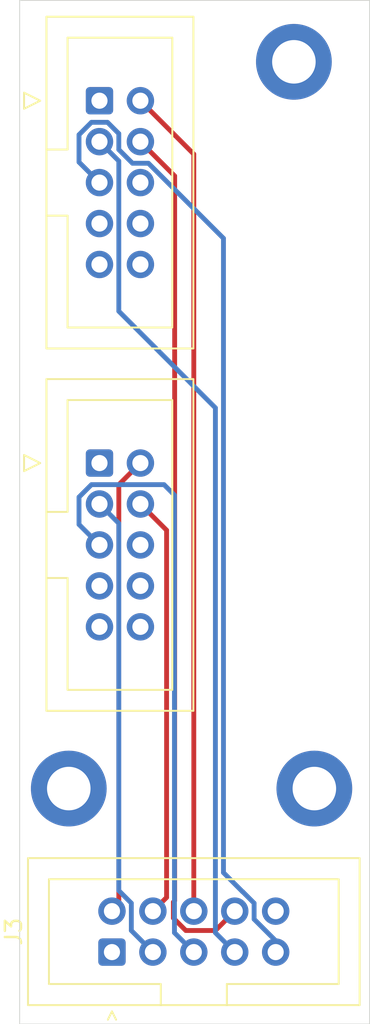
<source format=kicad_pcb>
(kicad_pcb (version 20241229) (generator "pcbnew") (generator_version "9.0")
  (layers (0 "F.Cu" signal) (2 "B.Cu" signal) (13 "F.Paste" user) (15 "B.Paste" user) (5 "F.SilkS" user "F.Silkscreen") (7 "B.SilkS" user "B.Silkscreen") (1 "F.Mask" user) (3 "B.Mask" user) (25 "Edge.Cuts" user))
  (net 0 "")
  (net 1 "/PIN_1")
  (net 2 "/PIN_2")
  (net 5 "/PIN_4")
  (net 6 "/GND")
  (net 9 "/PIN_3")
  (net 10 "/POWER")
  (net 11 "/PIN_5")
  (net 12 "/PIN_8")
  (net 15 "/PIN_7")
  (net 17 "/PIN_6")
  (footprint "Connector_IDC:IDC-Header_2x05_P2.54mm_Vertical" (layer "F.Cu") (at 150 120 90)
    (property "Reference" "J3" (at 1.27 -6.1 90) (layer "F.SilkS"))
    (property "Value" "Conn_02x05_Counter_Clockwise" (hide yes))
    (fp_line (start 5.83 -5.21) (end 5.83 15.37) (stroke (width 0.12)) (layer "F.SilkS"))
    (fp_line (start -3.29 -5.21) (end 5.83 -5.21) (stroke (width 0.12)) (layer "F.SilkS"))
    (fp_line (start 4.52 -3.91) (end 4.52 14.07) (stroke (width 0.12)) (layer "F.SilkS"))
    (fp_line (start -1.98 -3.91) (end 4.52 -3.91) (stroke (width 0.12)) (layer "F.SilkS"))
    (fp_line (start -3.68 0) (end -4.191 -0.254) (stroke (width 0.12)) (layer "F.SilkS"))
    (fp_line (start -4.191 0.254) (end -3.68 0) (stroke (width 0.12)) (layer "F.SilkS"))
    (fp_line (start -1.98 3.03) (end -1.98 -3.91) (stroke (width 0.12)) (layer "F.SilkS"))
    (fp_line (start -3.29 3.03) (end -1.98 3.03) (stroke (width 0.12)) (layer "F.SilkS"))
    (fp_line (start -1.98 7.13) (end -1.98 7.13) (stroke (width 0.12)) (layer "F.SilkS"))
    (fp_line (start -1.98 7.13) (end -3.29 7.13) (stroke (width 0.12)) (layer "F.SilkS"))
    (fp_line (start 4.52 14.07) (end -1.98 14.07) (stroke (width 0.12)) (layer "F.SilkS"))
    (fp_line (start -1.98 14.07) (end -1.98 7.13) (stroke (width 0.12)) (layer "F.SilkS"))
    (fp_line (start 5.83 15.37) (end -3.29 15.37) (stroke (width 0.12)) (layer "F.SilkS"))
    (fp_line (start -3.29 15.37) (end -3.29 -5.21) (stroke (width 0.12)) (layer "F.SilkS"))
    (pad "1" thru_hole roundrect (at 0 0 90) (size 1.7 1.7) (drill 1) (layers "*.Cu" "*.Mask") (roundrect_rratio 0.147059) (net 6 "/GND"))
    (pad "2" thru_hole circle (at 2.54 0 90) (size 1.7 1.7) (drill 1) (layers "*.Cu" "*.Mask") (net 1 "/PIN_1"))
    (pad "3" thru_hole circle (at 0 2.54 90) (size 1.7 1.7) (drill 1) (layers "*.Cu" "*.Mask") (net 2 "/PIN_2"))
    (pad "4" thru_hole circle (at 2.54 2.54 90) (size 1.7 1.7) (drill 1) (layers "*.Cu" "*.Mask") (net 9 "/PIN_3"))
    (pad "5" thru_hole circle (at 0 5.08 90) (size 1.7 1.7) (drill 1) (layers "*.Cu" "*.Mask") (net 5 "/PIN_4"))
    (pad "6" thru_hole circle (at 2.54 5.08 90) (size 1.7 1.7) (drill 1) (layers "*.Cu" "*.Mask") (net 11 "/PIN_5"))
    (pad "7" thru_hole circle (at 0 7.62 90) (size 1.7 1.7) (drill 1) (layers "*.Cu" "*.Mask") (net 17 "/PIN_6"))
    (pad "8" thru_hole circle (at 2.54 7.62 90) (size 1.7 1.7) (drill 1) (layers "*.Cu" "*.Mask") (net 15 "/PIN_7"))
    (pad "9" thru_hole circle (at 0 10.16 90) (size 1.7 1.7) (drill 1) (layers "*.Cu" "*.Mask") (net 12 "/PIN_8"))
    (pad "10" thru_hole circle (at 2.54 10.16 90) (size 1.7 1.7) (drill 1) (layers "*.Cu" "*.Mask") (net 10 "/POWER"))
  )
  (footprint "MountingHole:MountingHole_2.7mm_M2.5_DIN965_Pad" (layer "F.Cu") (at 161.29 64.77)
    (property "Reference" "H4" (hide yes))
    (property "Value" "MountingHole_Pad" (hide yes))
    (pad "1" thru_hole circle (at 0 0) (size 4.7 4.7) (drill 2.7) (layers "*.Cu" "*.Mask"))
  )
  (footprint "Connector_IDC:IDC-Header_2x05_P2.54mm_Vertical" (layer "F.Cu") (at 149.225 89.662)
    (property "Reference" "Jw" (hide yes))
    (property "Value" "Conn_02x05_Counter_Clockwise" (hide yes))
    (fp_line (start -4.68 -0.5) (end -4.68 0.5) (stroke (width 0.12)) (layer "F.SilkS"))
    (fp_line (start -4.68 0.5) (end -3.68 0) (stroke (width 0.12)) (layer "F.SilkS"))
    (fp_line (start -3.68 0) (end -4.68 -0.5) (stroke (width 0.12)) (layer "F.SilkS"))
    (fp_line (start -3.29 -5.21) (end 5.83 -5.21) (stroke (width 0.12)) (layer "F.SilkS"))
    (fp_line (start -3.29 3.03) (end -1.98 3.03) (stroke (width 0.12)) (layer "F.SilkS"))
    (fp_line (start -3.29 15.37) (end -3.29 -5.21) (stroke (width 0.12)) (layer "F.SilkS"))
    (fp_line (start -1.98 -3.91) (end 4.52 -3.91) (stroke (width 0.12)) (layer "F.SilkS"))
    (fp_line (start -1.98 3.03) (end -1.98 -3.91) (stroke (width 0.12)) (layer "F.SilkS"))
    (fp_line (start -1.98 7.13) (end -3.29 7.13) (stroke (width 0.12)) (layer "F.SilkS"))
    (fp_line (start -1.98 7.13) (end -1.98 7.13) (stroke (width 0.12)) (layer "F.SilkS"))
    (fp_line (start -1.98 14.07) (end -1.98 7.13) (stroke (width 0.12)) (layer "F.SilkS"))
    (fp_line (start 4.52 -3.91) (end 4.52 14.07) (stroke (width 0.12)) (layer "F.SilkS"))
    (fp_line (start 4.52 14.07) (end -1.98 14.07) (stroke (width 0.12)) (layer "F.SilkS"))
    (fp_line (start 5.83 -5.21) (end 5.83 15.37) (stroke (width 0.12)) (layer "F.SilkS"))
    (fp_line (start 5.83 15.37) (end -3.29 15.37) (stroke (width 0.12)) (layer "F.SilkS"))
    (pad "1" thru_hole roundrect (at 0 0) (size 1.7 1.7) (drill 1) (layers "*.Cu" "*.Mask") (roundrect_rratio 0.147059) (net 6 "/GND"))
    (pad "2" thru_hole circle (at 2.54 0) (size 1.7 1.7) (drill 1) (layers "*.Cu" "*.Mask") (net 1 "/PIN_1"))
    (pad "3" thru_hole circle (at 0 2.54) (size 1.7 1.7) (drill 1) (layers "*.Cu" "*.Mask") (net 2 "/PIN_2"))
    (pad "4" thru_hole circle (at 2.54 2.54) (size 1.7 1.7) (drill 1) (layers "*.Cu" "*.Mask") (net 9 "/PIN_3"))
    (pad "5" thru_hole circle (at 0 5.08) (size 1.7 1.7) (drill 1) (layers "*.Cu" "*.Mask") (net 5 "/PIN_4"))
    (pad "6" thru_hole circle (at 2.54 5.08) (size 1.7 1.7) (drill 1) (layers "*.Cu" "*.Mask"))
    (pad "7" thru_hole circle (at 0 7.62) (size 1.7 1.7) (drill 1) (layers "*.Cu" "*.Mask"))
    (pad "8" thru_hole circle (at 2.54 7.62) (size 1.7 1.7) (drill 1) (layers "*.Cu" "*.Mask"))
    (pad "9" thru_hole circle (at 0 10.16) (size 1.7 1.7) (drill 1) (layers "*.Cu" "*.Mask"))
    (pad "10" thru_hole circle (at 2.54 10.16) (size 1.7 1.7) (drill 1) (layers "*.Cu" "*.Mask") (net 10 "/POWER"))
  )
  (footprint "Connector_IDC:IDC-Header_2x05_P2.54mm_Vertical" (layer "F.Cu") (at 149.225 67.183)
    (property "Reference" "J2" (hide yes))
    (property "Value" "Conn_02x05_Counter_Clockwise" (hide yes))
    (fp_line (start -4.68 -0.5) (end -4.68 0.5) (stroke (width 0.12)) (layer "F.SilkS"))
    (fp_line (start -4.68 0.5) (end -3.68 0) (stroke (width 0.12)) (layer "F.SilkS"))
    (fp_line (start -3.68 0) (end -4.68 -0.5) (stroke (width 0.12)) (layer "F.SilkS"))
    (fp_line (start -3.29 -5.21) (end 5.83 -5.21) (stroke (width 0.12)) (layer "F.SilkS"))
    (fp_line (start -3.29 3.03) (end -1.98 3.03) (stroke (width 0.12)) (layer "F.SilkS"))
    (fp_line (start -3.29 15.37) (end -3.29 -5.21) (stroke (width 0.12)) (layer "F.SilkS"))
    (fp_line (start -1.98 -3.91) (end 4.52 -3.91) (stroke (width 0.12)) (layer "F.SilkS"))
    (fp_line (start -1.98 3.03) (end -1.98 -3.91) (stroke (width 0.12)) (layer "F.SilkS"))
    (fp_line (start -1.98 7.13) (end -3.29 7.13) (stroke (width 0.12)) (layer "F.SilkS"))
    (fp_line (start -1.98 7.13) (end -1.98 7.13) (stroke (width 0.12)) (layer "F.SilkS"))
    (fp_line (start -1.98 14.07) (end -1.98 7.13) (stroke (width 0.12)) (layer "F.SilkS"))
    (fp_line (start 4.52 -3.91) (end 4.52 14.07) (stroke (width 0.12)) (layer "F.SilkS"))
    (fp_line (start 4.52 14.07) (end -1.98 14.07) (stroke (width 0.12)) (layer "F.SilkS"))
    (fp_line (start 5.83 -5.21) (end 5.83 15.37) (stroke (width 0.12)) (layer "F.SilkS"))
    (fp_line (start 5.83 15.37) (end -3.29 15.37) (stroke (width 0.12)) (layer "F.SilkS"))
    (pad "1" thru_hole roundrect (at 0 0) (size 1.7 1.7) (drill 1) (layers "*.Cu" "*.Mask") (roundrect_rratio 0.147059) (net 6 "/GND"))
    (pad "2" thru_hole circle (at 2.54 0) (size 1.7 1.7) (drill 1) (layers "*.Cu" "*.Mask") (net 11 "/PIN_5"))
    (pad "3" thru_hole circle (at 0 2.54) (size 1.7 1.7) (drill 1) (layers "*.Cu" "*.Mask") (net 17 "/PIN_6"))
    (pad "4" thru_hole circle (at 2.54 2.54) (size 1.7 1.7) (drill 1) (layers "*.Cu" "*.Mask") (net 15 "/PIN_7"))
    (pad "5" thru_hole circle (at 0 5.08) (size 1.7 1.7) (drill 1) (layers "*.Cu" "*.Mask") (net 12 "/PIN_8"))
    (pad "6" thru_hole circle (at 2.54 5.08) (size 1.7 1.7) (drill 1) (layers "*.Cu" "*.Mask"))
    (pad "7" thru_hole circle (at 0 7.62) (size 1.7 1.7) (drill 1) (layers "*.Cu" "*.Mask"))
    (pad "8" thru_hole circle (at 2.54 7.62) (size 1.7 1.7) (drill 1) (layers "*.Cu" "*.Mask"))
    (pad "9" thru_hole circle (at 0 10.16) (size 1.7 1.7) (drill 1) (layers "*.Cu" "*.Mask"))
    (pad "10" thru_hole circle (at 2.54 10.16) (size 1.7 1.7) (drill 1) (layers "*.Cu" "*.Mask") (net 10 "/POWER"))
  )
  (footprint "MountingHole:MountingHole_2.7mm_M2.5_DIN965_Pad" (layer "F.Cu") (at 147.32 109.855)
    (property "Reference" "H2" (hide yes))
    (property "Value" "MountingHole_Pad" (hide yes))
    (pad "1" thru_hole circle (at 0 0) (size 4.7 4.7) (drill 2.7) (layers "*.Cu" "*.Mask"))
  )
  (footprint "MountingHole:MountingHole_2.7mm_M2.5_DIN965_Pad" (layer "F.Cu") (at 162.56 109.855)
    (property "Reference" "H3" (hide yes))
    (property "Value" "MountingHole_Pad" (hide yes))
    (pad "1" thru_hole circle (at 0 0) (size 4.7 4.7) (drill 2.7) (layers "*.Cu" "*.Mask"))
  )
  (gr_line (start 144.272 60.96) (end 144.272 124.46) (stroke (width 0.05)) (layer "Edge.Cuts"))
  (gr_line (start 165.989 124.46) (end 144.272 124.46) (stroke (width 0.05)) (layer "Edge.Cuts"))
  (gr_line (start 165.989 60.96) (end 165.989 124.46) (stroke (width 0.05)) (layer "Edge.Cuts"))
  (gr_line (start 144.272 60.96) (end 165.989 60.96) (stroke (width 0.05)) (layer "Edge.Cuts"))
  (segment (start 150.426 117.034) (end 150.426 91.001) (width 0.3) (layer "F.Cu") (net 1))
  (segment (start 150 117.46) (end 150.426 117.034) (width 0.3) (layer "F.Cu") (net 1))
  (segment (start 150.426 91.001) (end 151.765 89.662) (width 0.3) (layer "F.Cu") (net 1))
  (segment (start 150.426 116.187529) (end 150.426 93.403) (width 0.3) (layer "B.Cu") (net 2))
  (segment (start 152.54 120) (end 151.201 118.661) (width 0.3) (layer "B.Cu") (net 2))
  (segment (start 150.426 93.403) (end 149.225 92.202) (width 0.3) (layer "B.Cu") (net 2))
  (segment (start 151.201 116.962529) (end 150.426 116.187529) (width 0.3) (layer "B.Cu") (net 2))
  (segment (start 151.201 118.661) (end 151.201 116.962529) (width 0.3) (layer "B.Cu") (net 2))
  (segment (start 147.955 93.472) (end 149.225 94.742) (width 0.3) (layer "B.Cu") (net 5))
  (segment (start 153.879 118.799) (end 153.879 91.648471) (width 0.3) (layer "B.Cu") (net 5))
  (segment (start 148.727529 91.001) (end 147.955 91.773529) (width 0.3) (layer "B.Cu") (net 5))
  (segment (start 155.08 120) (end 153.879 118.799) (width 0.3) (layer "B.Cu") (net 5))
  (segment (start 153.231529 91.001) (end 148.727529 91.001) (width 0.3) (layer "B.Cu") (net 5))
  (segment (start 147.955 91.773529) (end 147.955 93.472) (width 0.3) (layer "B.Cu") (net 5))
  (segment (start 153.879 91.648471) (end 153.231529 91.001) (width 0.3) (layer "B.Cu") (net 5))
  (segment (start 153.39 116.61) (end 153.39 93.827) (width 0.3) (layer "F.Cu") (net 9))
  (segment (start 152.54 117.46) (end 153.39 116.61) (width 0.3) (layer "F.Cu") (net 9))
  (segment (start 153.39 93.827) (end 151.765 92.202) (width 0.3) (layer "F.Cu") (net 9))
  (segment (start 155.08 117.46) (end 155.08 70.498) (width 0.3) (layer "F.Cu") (net 11))
  (segment (start 155.08 70.498) (end 151.765 67.183) (width 0.3) (layer "F.Cu") (net 11))
  (segment (start 160.16 120) (end 160.16 119.296471) (width 0.3) (layer "B.Cu") (net 12))
  (segment (start 147.955 69.294529) (end 147.955 70.993) (width 0.3) (layer "B.Cu") (net 12))
  (segment (start 147.955 70.993) (end 149.225 72.263) (width 0.3) (layer "B.Cu") (net 12))
  (segment (start 158.821 116.962529) (end 158.117471 116.259) (width 0.3) (layer "B.Cu") (net 12))
  (segment (start 158.117471 116.259) (end 158.108546 116.259) (width 0.3) (layer "B.Cu") (net 12))
  (segment (start 149.722471 68.522) (end 148.727529 68.522) (width 0.3) (layer "B.Cu") (net 12))
  (segment (start 156.92 75.719529) (end 152.262471 71.062) (width 0.3) (layer "B.Cu") (net 12))
  (segment (start 158.108546 116.259) (end 156.92 115.070454) (width 0.3) (layer "B.Cu") (net 12))
  (segment (start 158.821 117.957471) (end 158.821 116.962529) (width 0.3) (layer "B.Cu") (net 12))
  (segment (start 148.727529 68.522) (end 147.955 69.294529) (width 0.3) (layer "B.Cu") (net 12))
  (segment (start 150.426 69.225529) (end 149.722471 68.522) (width 0.3) (layer "B.Cu") (net 12))
  (segment (start 160.16 119.296471) (end 158.821 117.957471) (width 0.3) (layer "B.Cu") (net 12))
  (segment (start 152.262471 71.062) (end 151.27252 71.062) (width 0.3) (layer "B.Cu") (net 12))
  (segment (start 156.92 115.070454) (end 156.92 75.719529) (width 0.3) (layer "B.Cu") (net 12))
  (segment (start 151.27252 71.062) (end 150.426 70.21548) (width 0.3) (layer "B.Cu") (net 12))
  (segment (start 150.426 70.21548) (end 150.426 69.225529) (width 0.3) (layer "B.Cu") (net 12))
  (segment (start 153.891 116.81752) (end 153.891 71.849) (width 0.3) (layer "F.Cu") (net 15))
  (segment (start 156.419 118.661) (end 154.582529 118.661) (width 0.3) (layer "F.Cu") (net 15))
  (segment (start 153.812496 116.896025) (end 153.891 116.81752) (width 0.3) (layer "F.Cu") (net 15))
  (segment (start 154.582529 118.661) (end 153.812496 117.890967) (width 0.3) (layer "F.Cu") (net 15))
  (segment (start 153.812496 117.890967) (end 153.812496 116.896025) (width 0.3) (layer "F.Cu") (net 15))
  (segment (start 153.891 71.849) (end 151.765 69.723) (width 0.3) (layer "F.Cu") (net 15))
  (segment (start 157.62 117.46) (end 156.419 118.661) (width 0.3) (layer "F.Cu") (net 15))
  (segment (start 150.426 70.924) (end 149.225 69.723) (width 0.3) (layer "B.Cu") (net 17))
  (segment (start 156.419 86.235471) (end 150.426 80.242471) (width 0.3) (layer "B.Cu") (net 17))
  (segment (start 157.62 120) (end 156.419 118.799) (width 0.3) (layer "B.Cu") (net 17))
  (segment (start 156.419 118.799) (end 156.419 86.235471) (width 0.3) (layer "B.Cu") (net 17))
  (segment (start 150.426 80.242471) (end 150.426 70.924) (width 0.3) (layer "B.Cu") (net 17))
)
</source>
